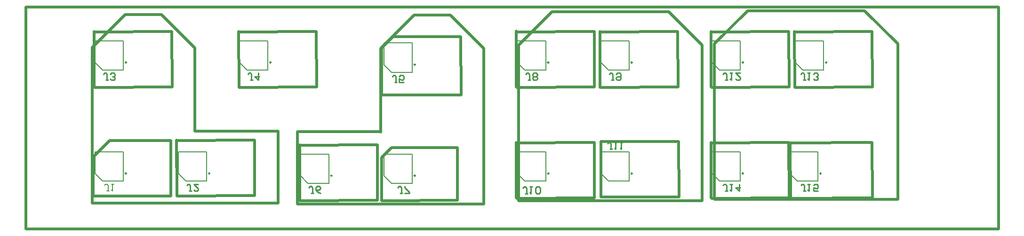
<source format=gbo>
G04*
G04 #@! TF.GenerationSoftware,Altium Limited,Altium Designer,22.3.1 (43)*
G04*
G04 Layer_Color=32896*
%FSLAX25Y25*%
%MOIN*%
G70*
G04*
G04 #@! TF.SameCoordinates,1231F7E6-A72B-4AA4-91AD-26716E8A39C1*
G04*
G04*
G04 #@! TF.FilePolarity,Positive*
G04*
G01*
G75*
%ADD10C,0.01000*%
%ADD12C,0.01968*%
%ADD28C,0.00984*%
%ADD29C,0.00787*%
%ADD30C,0.00591*%
D10*
X552271Y-130550D02*
X550644D01*
X551458D01*
Y-126484D01*
X550644Y-125670D01*
X549831D01*
X549018Y-126484D01*
X553898Y-125670D02*
X555525D01*
X554711D01*
Y-130550D01*
X553898Y-129737D01*
X561219Y-130550D02*
X557965D01*
Y-128110D01*
X559592Y-128924D01*
X560405D01*
X561219Y-128110D01*
Y-126484D01*
X560405Y-125670D01*
X558778D01*
X557965Y-126484D01*
X497153Y-130550D02*
X495526D01*
X496340D01*
Y-126484D01*
X495526Y-125670D01*
X494713D01*
X493900Y-126484D01*
X498780Y-125670D02*
X500407D01*
X499593D01*
Y-130550D01*
X498780Y-129737D01*
X505287Y-125670D02*
Y-130550D01*
X502847Y-128110D01*
X506100D01*
X552271Y-51810D02*
X550644D01*
X551458D01*
Y-47743D01*
X550644Y-46930D01*
X549831D01*
X549018Y-47743D01*
X553898Y-46930D02*
X555525D01*
X554711D01*
Y-51810D01*
X553898Y-50997D01*
X557965D02*
X558778Y-51810D01*
X560405D01*
X561219Y-50997D01*
Y-50183D01*
X560405Y-49370D01*
X559592D01*
X560405D01*
X561219Y-48557D01*
Y-47743D01*
X560405Y-46930D01*
X558778D01*
X557965Y-47743D01*
X497153Y-51810D02*
X495526D01*
X496340D01*
Y-47743D01*
X495526Y-46930D01*
X494713D01*
X493900Y-47743D01*
X498780Y-46930D02*
X500407D01*
X499593D01*
Y-51810D01*
X498780Y-50997D01*
X506100Y-46930D02*
X502847D01*
X506100Y-50183D01*
Y-50997D01*
X505287Y-51810D01*
X503660D01*
X502847Y-50997D01*
X415289Y-100865D02*
X413663D01*
X414476D01*
Y-96798D01*
X413663Y-95985D01*
X412849D01*
X412036Y-96798D01*
X416916Y-95985D02*
X418543D01*
X417730D01*
Y-100865D01*
X416916Y-100052D01*
X420983Y-95985D02*
X422610D01*
X421797D01*
Y-100865D01*
X420983Y-100052D01*
X355421Y-132361D02*
X353794D01*
X354608D01*
Y-128295D01*
X353794Y-127481D01*
X352981D01*
X352167Y-128295D01*
X357048Y-127481D02*
X358674D01*
X357861D01*
Y-132361D01*
X357048Y-131548D01*
X361115D02*
X361928Y-132361D01*
X363555D01*
X364368Y-131548D01*
Y-128295D01*
X363555Y-127481D01*
X361928D01*
X361115Y-128295D01*
Y-131548D01*
X416509Y-51810D02*
X414883D01*
X415696D01*
Y-47743D01*
X414883Y-46930D01*
X414069D01*
X413256Y-47743D01*
X418136D02*
X418950Y-46930D01*
X420576D01*
X421390Y-47743D01*
Y-50997D01*
X420576Y-51810D01*
X418950D01*
X418136Y-50997D01*
Y-50183D01*
X418950Y-49370D01*
X421390D01*
X357454Y-51810D02*
X355828D01*
X356641D01*
Y-47743D01*
X355828Y-46930D01*
X355014D01*
X354201Y-47743D01*
X359081Y-50997D02*
X359894Y-51810D01*
X361521D01*
X362335Y-50997D01*
Y-50183D01*
X361521Y-49370D01*
X362335Y-48557D01*
Y-47743D01*
X361521Y-46930D01*
X359894D01*
X359081Y-47743D01*
Y-48557D01*
X359894Y-49370D01*
X359081Y-50183D01*
Y-50997D01*
X359894Y-49370D02*
X361521D01*
X266805Y-132124D02*
X265178D01*
X265992D01*
Y-128057D01*
X265178Y-127244D01*
X264365D01*
X263551Y-128057D01*
X268432Y-132124D02*
X271685D01*
Y-131311D01*
X268432Y-128057D01*
Y-127244D01*
X203813Y-132124D02*
X202186D01*
X202999D01*
Y-128057D01*
X202186Y-127244D01*
X201373D01*
X200559Y-128057D01*
X208693Y-132124D02*
X207066Y-131311D01*
X205440Y-129684D01*
Y-128057D01*
X206253Y-127244D01*
X207880D01*
X208693Y-128057D01*
Y-128871D01*
X207880Y-129684D01*
X205440D01*
X262868Y-53384D02*
X261241D01*
X262055D01*
Y-49317D01*
X261241Y-48504D01*
X260428D01*
X259614Y-49317D01*
X267748Y-53384D02*
X264495D01*
Y-50944D01*
X266122Y-51757D01*
X266935D01*
X267748Y-50944D01*
Y-49317D01*
X266935Y-48504D01*
X265308D01*
X264495Y-49317D01*
X160604Y-51810D02*
X158977D01*
X159791D01*
Y-47743D01*
X158977Y-46930D01*
X158164D01*
X157350Y-47743D01*
X164671Y-46930D02*
Y-51810D01*
X162231Y-49370D01*
X165484D01*
X58242Y-51810D02*
X56615D01*
X57428D01*
Y-47743D01*
X56615Y-46930D01*
X55802D01*
X54988Y-47743D01*
X59869Y-50997D02*
X60682Y-51810D01*
X62309D01*
X63122Y-50997D01*
Y-50183D01*
X62309Y-49370D01*
X61495D01*
X62309D01*
X63122Y-48557D01*
Y-47743D01*
X62309Y-46930D01*
X60682D01*
X59869Y-47743D01*
X117297Y-130550D02*
X115670D01*
X116483D01*
Y-126484D01*
X115670Y-125670D01*
X114857D01*
X114043Y-126484D01*
X122177Y-125670D02*
X118924D01*
X122177Y-128924D01*
Y-129737D01*
X121364Y-130550D01*
X119737D01*
X118924Y-129737D01*
D12*
X96129Y-5361D02*
X119751Y-28983D01*
X70555Y-5325D02*
X96129D01*
X46933Y-28947D02*
X70555Y-5325D01*
X46933Y-139183D02*
Y-28947D01*
X119777Y-88087D02*
Y-28983D01*
X119751Y-88038D02*
X178806D01*
X46933Y-139183D02*
X178806D01*
Y-88038D01*
X251458Y-29556D02*
X275080Y-5934D01*
Y-5898D02*
X300654D01*
X324276Y-29520D01*
Y-139757D02*
Y-29520D01*
X251431Y-88661D02*
Y-29556D01*
X192403Y-88611D02*
X251458D01*
X192403Y-139757D02*
X324276D01*
X192403D02*
Y-88611D01*
X349053Y-137339D02*
X478974D01*
X349053Y-27103D02*
X372675Y-3481D01*
X349053Y-137339D02*
Y-27103D01*
X455352Y-3481D02*
X478974Y-27103D01*
Y-137339D02*
Y-27103D01*
X372675Y-3481D02*
X455352D01*
X407367Y-95329D02*
X407534Y-134665D01*
X462485Y-95329D02*
X462652Y-134665D01*
X407568Y-95563D02*
X461988Y-95331D01*
X407601Y-134899D02*
X462652Y-134665D01*
X511451Y-2627D02*
X594129D01*
X617751Y-136486D02*
Y-26249D01*
X594129Y-2627D02*
X617751Y-26249D01*
X487829Y-136486D02*
Y-26249D01*
X511451Y-2627D01*
X487829Y-136486D02*
X617751D01*
X485590Y-96459D02*
X540010Y-96227D01*
X485623Y-135795D02*
X540674Y-135561D01*
X540506Y-96225D02*
X540674Y-135561D01*
X485388Y-96225D02*
X485556Y-135561D01*
X541696Y-135808D02*
X599729Y-135561D01*
X599562Y-96225D02*
X599729Y-135561D01*
X541528Y-96472D02*
X599065Y-96227D01*
X541528Y-96472D02*
X541696Y-135808D01*
X544678Y-57055D02*
X599729Y-56820D01*
X485623Y-57055D02*
X540674Y-56820D01*
X544645Y-17719D02*
X599065Y-17487D01*
X485590Y-17719D02*
X540010Y-17487D01*
X540506Y-17485D02*
X540674Y-56820D01*
X544443Y-17485D02*
X544611Y-56820D01*
X599562Y-17485D02*
X599729Y-56820D01*
X485388Y-17485D02*
X485556Y-56820D01*
X347828Y-57055D02*
X402879Y-56820D01*
X347794Y-17719D02*
X402215Y-17487D01*
X402711Y-17485D02*
X402879Y-56820D01*
X347293Y-17285D02*
X347461Y-56620D01*
X259078Y-99787D02*
X305687D01*
X252013Y-106852D02*
X259078Y-99787D01*
X252013Y-137377D02*
Y-106852D01*
Y-137377D02*
X305847Y-137147D01*
X305687Y-99787D02*
X305847Y-137147D01*
X259950Y-21053D02*
X308117D01*
X252030Y-28974D02*
X259950Y-21053D01*
X252030Y-62571D02*
Y-28974D01*
Y-62571D02*
X308292Y-62331D01*
X308117Y-21053D02*
X308292Y-62331D01*
X194186Y-137369D02*
X249237Y-137135D01*
X194153Y-98033D02*
X248573Y-97801D01*
X249070Y-97799D02*
X249237Y-137135D01*
X193952Y-97799D02*
X194119Y-137135D01*
X150977Y-57055D02*
X206028Y-56820D01*
X150944Y-17719D02*
X205364Y-17487D01*
X205861Y-17485D02*
X206028Y-56820D01*
X150743Y-17485D02*
X150910Y-56820D01*
X48615Y-57055D02*
X103666Y-56820D01*
X48582Y-17719D02*
X103002Y-17487D01*
X103498Y-17485D02*
X103666Y-56820D01*
X48380Y-17485D02*
X48548Y-56820D01*
X47751Y-134047D02*
Y-106422D01*
X59460Y-94713D01*
X102205D01*
X47818Y-134282D02*
X102869Y-134047D01*
X102702Y-94711D02*
X102869Y-134047D01*
X106796Y-94486D02*
X106963Y-133822D01*
X161914Y-94486D02*
X162081Y-133822D01*
X106997Y-94720D02*
X161417Y-94488D01*
X107030Y-134056D02*
X162081Y-133822D01*
X347828Y-135795D02*
X402879Y-135561D01*
X347794Y-96459D02*
X402215Y-96227D01*
X402711Y-96225D02*
X402879Y-135561D01*
X347293Y-96025D02*
X347461Y-135361D01*
X406883Y-57055D02*
X461934Y-56820D01*
X406849Y-17719D02*
X461270Y-17487D01*
X461766Y-17485D02*
X461934Y-56820D01*
X406648Y-17485D02*
X406816Y-56820D01*
X0Y-157480D02*
X688976Y-157480D01*
X0Y0D02*
X688976Y0D01*
X0Y-157480D02*
Y0D01*
X688976Y-157480D02*
Y0D01*
D28*
X71358Y-118110D02*
G03*
X71358Y-118110I-492J0D01*
G01*
X130413D02*
G03*
X130413Y-118110I-492J0D01*
G01*
X71358Y-39370D02*
G03*
X71358Y-39370I-492J0D01*
G01*
X173721D02*
G03*
X173721Y-39370I-492J0D01*
G01*
X216929Y-119684D02*
G03*
X216929Y-119684I-492J0D01*
G01*
X275985Y-119684D02*
G03*
X275985Y-119684I-492J0D01*
G01*
X370571Y-118110D02*
G03*
X370571Y-118110I-492J0D01*
G01*
X370571Y-39370D02*
G03*
X370571Y-39370I-492J0D01*
G01*
X275985Y-40944D02*
G03*
X275985Y-40944I-492J0D01*
G01*
X508366Y-118110D02*
G03*
X508366Y-118110I-492J0D01*
G01*
X429626Y-118110D02*
G03*
X429626Y-118110I-492J0D01*
G01*
X508366Y-39370D02*
G03*
X508366Y-39370I-492J0D01*
G01*
X429626Y-39370D02*
G03*
X429626Y-39370I-492J0D01*
G01*
X563484Y-118110D02*
G03*
X563484Y-118110I-492J0D01*
G01*
X567421Y-39370D02*
G03*
X567421Y-39370I-492J0D01*
G01*
D29*
X49016Y-118189D02*
X54331Y-123504D01*
X69095D02*
Y-102717D01*
X49016D02*
X69095D01*
X49016Y-118189D02*
Y-102717D01*
X54331Y-123504D02*
X69095D01*
X113386D02*
X128150D01*
X108071Y-118189D02*
Y-102717D01*
X128150D01*
Y-123504D02*
Y-102717D01*
X108071Y-118189D02*
X113386Y-123504D01*
X54331Y-44764D02*
X69095D01*
X49016Y-39449D02*
Y-23976D01*
X69095D01*
Y-44764D02*
Y-23976D01*
X49016Y-39449D02*
X54331Y-44764D01*
X156693D02*
X171457D01*
X151378Y-39449D02*
Y-23976D01*
X171457D01*
Y-44764D02*
Y-23976D01*
X151378Y-39449D02*
X156693Y-44764D01*
X199902Y-125078D02*
X214666D01*
X194587Y-119763D02*
Y-104290D01*
X214666D01*
Y-125078D02*
Y-104290D01*
X194587Y-119763D02*
X199902Y-125078D01*
X258957Y-125078D02*
X273721D01*
X253642Y-119763D02*
Y-104290D01*
X273721D01*
Y-125078D02*
Y-104290D01*
X253642Y-119763D02*
X258957Y-125078D01*
X348228Y-118189D02*
X353543Y-123504D01*
X368307D02*
Y-102717D01*
X348228D02*
X368307D01*
X348228Y-118189D02*
Y-102717D01*
X353543Y-123504D02*
X368307D01*
X353543Y-44764D02*
X368307D01*
X348228Y-39449D02*
Y-23976D01*
X368307D01*
Y-44764D02*
Y-23976D01*
X348228Y-39449D02*
X353543Y-44764D01*
X258957Y-46338D02*
X273721D01*
X253642Y-41023D02*
Y-25550D01*
X273721D01*
Y-46338D02*
Y-25550D01*
X253642Y-41023D02*
X258957Y-46338D01*
X491339Y-123504D02*
X506102D01*
X486024Y-118189D02*
Y-102717D01*
X506102D01*
Y-123504D02*
Y-102717D01*
X486024Y-118189D02*
X491339Y-123504D01*
X412598Y-123504D02*
X427362D01*
X407283Y-118189D02*
Y-102717D01*
X427362D01*
Y-123504D02*
Y-102717D01*
X407283Y-118189D02*
X412598Y-123504D01*
X491339Y-44764D02*
X506102D01*
X486024Y-39449D02*
Y-23976D01*
X506102D01*
Y-44764D02*
Y-23976D01*
X486024Y-39449D02*
X491339Y-44764D01*
X407283Y-39449D02*
X412598Y-44764D01*
X427362D02*
Y-23976D01*
X407283D02*
X427362D01*
X407283Y-39449D02*
Y-23976D01*
X412598Y-44764D02*
X427362D01*
X546457Y-123504D02*
X561221D01*
X541142Y-118189D02*
Y-102717D01*
X561221D01*
Y-123504D02*
Y-102717D01*
X541142Y-118189D02*
X546457Y-123504D01*
X550394Y-44764D02*
X565158D01*
X545079Y-39449D02*
Y-23976D01*
X565158D01*
Y-44764D02*
Y-23976D01*
X545079Y-39449D02*
X550394Y-44764D01*
D30*
X59055Y-130550D02*
X57428D01*
X58242D01*
Y-126484D01*
X57428Y-125670D01*
X56615D01*
X55801Y-126484D01*
X60682Y-125670D02*
X62309D01*
X61495D01*
Y-130550D01*
X60682Y-129737D01*
M02*

</source>
